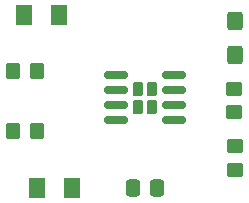
<source format=gbr>
%TF.GenerationSoftware,KiCad,Pcbnew,(6.0.10)*%
%TF.CreationDate,2023-02-23T21:21:35-08:00*%
%TF.ProjectId,Ex 2,45782032-2e6b-4696-9361-645f70636258,rev?*%
%TF.SameCoordinates,Original*%
%TF.FileFunction,Paste,Top*%
%TF.FilePolarity,Positive*%
%FSLAX46Y46*%
G04 Gerber Fmt 4.6, Leading zero omitted, Abs format (unit mm)*
G04 Created by KiCad (PCBNEW (6.0.10)) date 2023-02-23 21:21:35*
%MOMM*%
%LPD*%
G01*
G04 APERTURE LIST*
G04 Aperture macros list*
%AMRoundRect*
0 Rectangle with rounded corners*
0 $1 Rounding radius*
0 $2 $3 $4 $5 $6 $7 $8 $9 X,Y pos of 4 corners*
0 Add a 4 corners polygon primitive as box body*
4,1,4,$2,$3,$4,$5,$6,$7,$8,$9,$2,$3,0*
0 Add four circle primitives for the rounded corners*
1,1,$1+$1,$2,$3*
1,1,$1+$1,$4,$5*
1,1,$1+$1,$6,$7*
1,1,$1+$1,$8,$9*
0 Add four rect primitives between the rounded corners*
20,1,$1+$1,$2,$3,$4,$5,0*
20,1,$1+$1,$4,$5,$6,$7,0*
20,1,$1+$1,$6,$7,$8,$9,0*
20,1,$1+$1,$8,$9,$2,$3,0*%
G04 Aperture macros list end*
%ADD10RoundRect,0.230000X-0.230000X-0.375000X0.230000X-0.375000X0.230000X0.375000X-0.230000X0.375000X0*%
%ADD11RoundRect,0.150000X-0.825000X-0.150000X0.825000X-0.150000X0.825000X0.150000X-0.825000X0.150000X0*%
%ADD12RoundRect,0.250001X0.462499X0.624999X-0.462499X0.624999X-0.462499X-0.624999X0.462499X-0.624999X0*%
%ADD13RoundRect,0.250000X-0.450000X0.350000X-0.450000X-0.350000X0.450000X-0.350000X0.450000X0.350000X0*%
%ADD14RoundRect,0.250000X0.337500X0.475000X-0.337500X0.475000X-0.337500X-0.475000X0.337500X-0.475000X0*%
%ADD15RoundRect,0.250001X-0.462499X-0.624999X0.462499X-0.624999X0.462499X0.624999X-0.462499X0.624999X0*%
%ADD16RoundRect,0.250000X0.425000X-0.537500X0.425000X0.537500X-0.425000X0.537500X-0.425000X-0.537500X0*%
%ADD17RoundRect,0.250000X-0.350000X-0.450000X0.350000X-0.450000X0.350000X0.450000X-0.350000X0.450000X0*%
%ADD18RoundRect,0.250000X0.350000X0.450000X-0.350000X0.450000X-0.350000X-0.450000X0.350000X-0.450000X0*%
G04 APERTURE END LIST*
D10*
%TO.C,U1*%
X156910000Y-108470000D03*
X156910000Y-109970000D03*
X158050000Y-108470000D03*
X158050000Y-109970000D03*
D11*
X155005000Y-107315000D03*
X155005000Y-108585000D03*
X155005000Y-109855000D03*
X155005000Y-111125000D03*
X159955000Y-111125000D03*
X159955000Y-109855000D03*
X159955000Y-108585000D03*
X159955000Y-107315000D03*
%TD*%
D12*
%TO.C,D2*%
X150207500Y-102200000D03*
X147232500Y-102200000D03*
%TD*%
D13*
%TO.C,R2*%
X165100000Y-113300000D03*
X165100000Y-115300000D03*
%TD*%
%TO.C,R1*%
X165065000Y-108452936D03*
X165065000Y-110452936D03*
%TD*%
D14*
%TO.C,C2*%
X158517500Y-116840000D03*
X156442500Y-116840000D03*
%TD*%
D15*
%TO.C,D1*%
X148372500Y-116840000D03*
X151347500Y-116840000D03*
%TD*%
D16*
%TO.C,C1*%
X165100000Y-105577500D03*
X165100000Y-102702500D03*
%TD*%
D17*
%TO.C,R3*%
X146320000Y-112030000D03*
X148320000Y-112030000D03*
%TD*%
D18*
%TO.C,R4*%
X148320000Y-106950000D03*
X146320000Y-106950000D03*
%TD*%
M02*

</source>
